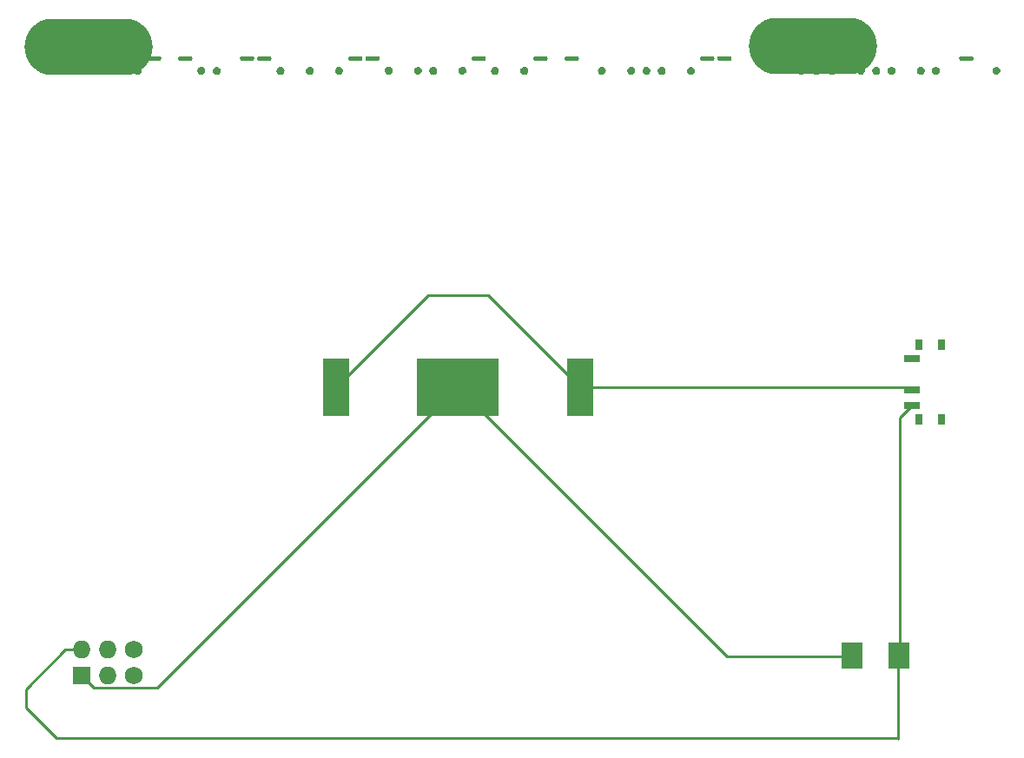
<source format=gbr>
%TF.GenerationSoftware,KiCad,Pcbnew,(5.1.10)-1*%
%TF.CreationDate,2021-10-02T23:42:34-05:00*%
%TF.ProjectId,OzSec 2021 - Speaker,4f7a5365-6320-4323-9032-31202d205370,rev?*%
%TF.SameCoordinates,Original*%
%TF.FileFunction,Copper,L2,Bot*%
%TF.FilePolarity,Positive*%
%FSLAX46Y46*%
G04 Gerber Fmt 4.6, Leading zero omitted, Abs format (unit mm)*
G04 Created by KiCad (PCBNEW (5.1.10)-1) date 2021-10-02 23:42:34*
%MOMM*%
%LPD*%
G01*
G04 APERTURE LIST*
%TA.AperFunction,EtchedComponent*%
%ADD10C,0.010000*%
%TD*%
%TA.AperFunction,ComponentPad*%
%ADD11C,1.727200*%
%TD*%
%TA.AperFunction,ComponentPad*%
%ADD12O,1.727200X1.727200*%
%TD*%
%TA.AperFunction,ComponentPad*%
%ADD13R,1.727200X1.727200*%
%TD*%
%TA.AperFunction,SMDPad,CuDef*%
%ADD14R,2.600000X5.560000*%
%TD*%
%TA.AperFunction,SMDPad,CuDef*%
%ADD15R,8.000000X5.560000*%
%TD*%
%TA.AperFunction,SMDPad,CuDef*%
%ADD16R,2.000000X2.500000*%
%TD*%
%TA.AperFunction,ComponentPad*%
%ADD17O,12.500000X5.500000*%
%TD*%
%TA.AperFunction,SMDPad,CuDef*%
%ADD18R,0.800000X1.000000*%
%TD*%
%TA.AperFunction,SMDPad,CuDef*%
%ADD19R,1.500000X0.700000*%
%TD*%
%TA.AperFunction,Conductor*%
%ADD20C,0.250000*%
%TD*%
G04 APERTURE END LIST*
D10*
%TO.C,G\u002A\u002A\u002A*%
G36*
X186523728Y-50739325D02*
G01*
X186636443Y-50743574D01*
X186721049Y-50751990D01*
X186782275Y-50765377D01*
X186824852Y-50784543D01*
X186853507Y-50810294D01*
X186872971Y-50843437D01*
X186878372Y-50856631D01*
X186891814Y-50942369D01*
X186872558Y-51025908D01*
X186824382Y-51091736D01*
X186820275Y-51095083D01*
X186801055Y-51108551D01*
X186778321Y-51118883D01*
X186746604Y-51126481D01*
X186700434Y-51131751D01*
X186634341Y-51135095D01*
X186542856Y-51136916D01*
X186420510Y-51137619D01*
X186261832Y-51137608D01*
X186244271Y-51137583D01*
X186069019Y-51136749D01*
X185931683Y-51134657D01*
X185827861Y-51131081D01*
X185753147Y-51125795D01*
X185703137Y-51118573D01*
X185673428Y-51109188D01*
X185671415Y-51108127D01*
X185615937Y-51055501D01*
X185588457Y-50982306D01*
X185590397Y-50900924D01*
X185623182Y-50823740D01*
X185636717Y-50806139D01*
X185687766Y-50746750D01*
X186195052Y-50740096D01*
X186378174Y-50738434D01*
X186523728Y-50739325D01*
G37*
X186523728Y-50739325D02*
X186636443Y-50743574D01*
X186721049Y-50751990D01*
X186782275Y-50765377D01*
X186824852Y-50784543D01*
X186853507Y-50810294D01*
X186872971Y-50843437D01*
X186878372Y-50856631D01*
X186891814Y-50942369D01*
X186872558Y-51025908D01*
X186824382Y-51091736D01*
X186820275Y-51095083D01*
X186801055Y-51108551D01*
X186778321Y-51118883D01*
X186746604Y-51126481D01*
X186700434Y-51131751D01*
X186634341Y-51135095D01*
X186542856Y-51136916D01*
X186420510Y-51137619D01*
X186261832Y-51137608D01*
X186244271Y-51137583D01*
X186069019Y-51136749D01*
X185931683Y-51134657D01*
X185827861Y-51131081D01*
X185753147Y-51125795D01*
X185703137Y-51118573D01*
X185673428Y-51109188D01*
X185671415Y-51108127D01*
X185615937Y-51055501D01*
X185588457Y-50982306D01*
X185590397Y-50900924D01*
X185623182Y-50823740D01*
X185636717Y-50806139D01*
X185687766Y-50746750D01*
X186195052Y-50740096D01*
X186378174Y-50738434D01*
X186523728Y-50739325D01*
G36*
X168835342Y-50738444D02*
G01*
X168947718Y-50742133D01*
X169032136Y-50749797D01*
X169093379Y-50762221D01*
X169136229Y-50780191D01*
X169165466Y-50804494D01*
X169185873Y-50835916D01*
X169193458Y-50852608D01*
X169212847Y-50943316D01*
X169196878Y-51027296D01*
X169147739Y-51093720D01*
X169144120Y-51096647D01*
X169125424Y-51109468D01*
X169102415Y-51119361D01*
X169069749Y-51126702D01*
X169022085Y-51131869D01*
X168954080Y-51135238D01*
X168860391Y-51137188D01*
X168735675Y-51138093D01*
X168574590Y-51138332D01*
X168553267Y-51138334D01*
X168015409Y-51138334D01*
X167963455Y-51086379D01*
X167920487Y-51015877D01*
X167910646Y-50932286D01*
X167933975Y-50848928D01*
X167962549Y-50806139D01*
X168013598Y-50746750D01*
X168507591Y-50739842D01*
X168690226Y-50737942D01*
X168835342Y-50738444D01*
G37*
X168835342Y-50738444D02*
X168947718Y-50742133D01*
X169032136Y-50749797D01*
X169093379Y-50762221D01*
X169136229Y-50780191D01*
X169165466Y-50804494D01*
X169185873Y-50835916D01*
X169193458Y-50852608D01*
X169212847Y-50943316D01*
X169196878Y-51027296D01*
X169147739Y-51093720D01*
X169144120Y-51096647D01*
X169125424Y-51109468D01*
X169102415Y-51119361D01*
X169069749Y-51126702D01*
X169022085Y-51131869D01*
X168954080Y-51135238D01*
X168860391Y-51137188D01*
X168735675Y-51138093D01*
X168574590Y-51138332D01*
X168553267Y-51138334D01*
X168015409Y-51138334D01*
X167963455Y-51086379D01*
X167920487Y-51015877D01*
X167910646Y-50932286D01*
X167933975Y-50848928D01*
X167962549Y-50806139D01*
X168013598Y-50746750D01*
X168507591Y-50739842D01*
X168690226Y-50737942D01*
X168835342Y-50738444D01*
G36*
X162856638Y-50737027D02*
G01*
X163000826Y-50740552D01*
X163111492Y-50748160D01*
X163193030Y-50761267D01*
X163249838Y-50781291D01*
X163286311Y-50809650D01*
X163306845Y-50847759D01*
X163315836Y-50897037D01*
X163317660Y-50943504D01*
X163309667Y-51017716D01*
X163279609Y-51072112D01*
X163266379Y-51086379D01*
X163214424Y-51138334D01*
X162676567Y-51138334D01*
X162511286Y-51138175D01*
X162382964Y-51137436D01*
X162286227Y-51135718D01*
X162215703Y-51132626D01*
X162166016Y-51127760D01*
X162131794Y-51120725D01*
X162107663Y-51111124D01*
X162088249Y-51098558D01*
X162082938Y-51094464D01*
X162045975Y-51056287D01*
X162029896Y-51008067D01*
X162027167Y-50955489D01*
X162029284Y-50893599D01*
X162038564Y-50844559D01*
X162059396Y-50806884D01*
X162096172Y-50779084D01*
X162153282Y-50759673D01*
X162235116Y-50747164D01*
X162346066Y-50740068D01*
X162490521Y-50736898D01*
X162672873Y-50736167D01*
X162674531Y-50736167D01*
X162856638Y-50737027D01*
G37*
X162856638Y-50737027D02*
X163000826Y-50740552D01*
X163111492Y-50748160D01*
X163193030Y-50761267D01*
X163249838Y-50781291D01*
X163286311Y-50809650D01*
X163306845Y-50847759D01*
X163315836Y-50897037D01*
X163317660Y-50943504D01*
X163309667Y-51017716D01*
X163279609Y-51072112D01*
X163266379Y-51086379D01*
X163214424Y-51138334D01*
X162676567Y-51138334D01*
X162511286Y-51138175D01*
X162382964Y-51137436D01*
X162286227Y-51135718D01*
X162215703Y-51132626D01*
X162166016Y-51127760D01*
X162131794Y-51120725D01*
X162107663Y-51111124D01*
X162088249Y-51098558D01*
X162082938Y-51094464D01*
X162045975Y-51056287D01*
X162029896Y-51008067D01*
X162027167Y-50955489D01*
X162029284Y-50893599D01*
X162038564Y-50844559D01*
X162059396Y-50806884D01*
X162096172Y-50779084D01*
X162153282Y-50759673D01*
X162235116Y-50747164D01*
X162346066Y-50740068D01*
X162490521Y-50736898D01*
X162672873Y-50736167D01*
X162674531Y-50736167D01*
X162856638Y-50737027D01*
G36*
X161157904Y-50746842D02*
G01*
X161287076Y-50747398D01*
X161384386Y-50748844D01*
X161455068Y-50751602D01*
X161504360Y-50756097D01*
X161537495Y-50762752D01*
X161559710Y-50771990D01*
X161576240Y-50784236D01*
X161587371Y-50794963D01*
X161628165Y-50863022D01*
X161639066Y-50945060D01*
X161620662Y-51025677D01*
X161576195Y-51087250D01*
X161516806Y-51138334D01*
X160994112Y-51136901D01*
X160822054Y-51135509D01*
X160675678Y-51132450D01*
X160558922Y-51127889D01*
X160475723Y-51121988D01*
X160430020Y-51114913D01*
X160425298Y-51113172D01*
X160374309Y-51067202D01*
X160345803Y-50997922D01*
X160340802Y-50918511D01*
X160360329Y-50842149D01*
X160399970Y-50786698D01*
X160416107Y-50774498D01*
X160437710Y-50765059D01*
X160469972Y-50758029D01*
X160518083Y-50753058D01*
X160587235Y-50749795D01*
X160682619Y-50747890D01*
X160809428Y-50746992D01*
X160972853Y-50746752D01*
X160991634Y-50746750D01*
X161157904Y-50746842D01*
G37*
X161157904Y-50746842D02*
X161287076Y-50747398D01*
X161384386Y-50748844D01*
X161455068Y-50751602D01*
X161504360Y-50756097D01*
X161537495Y-50762752D01*
X161559710Y-50771990D01*
X161576240Y-50784236D01*
X161587371Y-50794963D01*
X161628165Y-50863022D01*
X161639066Y-50945060D01*
X161620662Y-51025677D01*
X161576195Y-51087250D01*
X161516806Y-51138334D01*
X160994112Y-51136901D01*
X160822054Y-51135509D01*
X160675678Y-51132450D01*
X160558922Y-51127889D01*
X160475723Y-51121988D01*
X160430020Y-51114913D01*
X160425298Y-51113172D01*
X160374309Y-51067202D01*
X160345803Y-50997922D01*
X160340802Y-50918511D01*
X160360329Y-50842149D01*
X160399970Y-50786698D01*
X160416107Y-50774498D01*
X160437710Y-50765059D01*
X160469972Y-50758029D01*
X160518083Y-50753058D01*
X160587235Y-50749795D01*
X160682619Y-50747890D01*
X160809428Y-50746992D01*
X160972853Y-50746752D01*
X160991634Y-50746750D01*
X161157904Y-50746842D01*
G36*
X147946530Y-50746840D02*
G01*
X148076361Y-50747388D01*
X148174283Y-50748815D01*
X148245511Y-50751538D01*
X148295257Y-50755977D01*
X148328734Y-50762551D01*
X148351155Y-50771679D01*
X148367732Y-50783780D01*
X148379371Y-50794963D01*
X148420165Y-50863022D01*
X148431066Y-50945060D01*
X148412662Y-51025677D01*
X148368195Y-51087250D01*
X148308806Y-51138334D01*
X147786112Y-51136901D01*
X147619301Y-51135551D01*
X147475312Y-51132595D01*
X147358654Y-51128217D01*
X147273837Y-51122602D01*
X147225372Y-51115936D01*
X147218207Y-51113577D01*
X147163173Y-51065608D01*
X147133175Y-50995074D01*
X147129926Y-50914743D01*
X147155142Y-50837382D01*
X147176917Y-50806139D01*
X147228001Y-50746750D01*
X147779580Y-50746750D01*
X147946530Y-50746840D01*
G37*
X147946530Y-50746840D02*
X148076361Y-50747388D01*
X148174283Y-50748815D01*
X148245511Y-50751538D01*
X148295257Y-50755977D01*
X148328734Y-50762551D01*
X148351155Y-50771679D01*
X148367732Y-50783780D01*
X148379371Y-50794963D01*
X148420165Y-50863022D01*
X148431066Y-50945060D01*
X148412662Y-51025677D01*
X148368195Y-51087250D01*
X148308806Y-51138334D01*
X147786112Y-51136901D01*
X147619301Y-51135551D01*
X147475312Y-51132595D01*
X147358654Y-51128217D01*
X147273837Y-51122602D01*
X147225372Y-51115936D01*
X147218207Y-51113577D01*
X147163173Y-51065608D01*
X147133175Y-50995074D01*
X147129926Y-50914743D01*
X147155142Y-50837382D01*
X147176917Y-50806139D01*
X147228001Y-50746750D01*
X147779580Y-50746750D01*
X147946530Y-50746840D01*
G36*
X144693638Y-50738591D02*
G01*
X144794076Y-50739842D01*
X145288069Y-50746750D01*
X145339118Y-50806139D01*
X145380105Y-50879843D01*
X145390362Y-50960603D01*
X145371316Y-51036223D01*
X145324395Y-51094504D01*
X145303861Y-51107431D01*
X145275913Y-51117590D01*
X145232947Y-51125381D01*
X145169963Y-51131073D01*
X145081959Y-51134934D01*
X144963935Y-51137231D01*
X144810889Y-51138233D01*
X144727322Y-51138334D01*
X144565403Y-51138145D01*
X144440330Y-51137309D01*
X144346615Y-51135413D01*
X144278773Y-51132051D01*
X144231317Y-51126811D01*
X144198758Y-51119285D01*
X144175612Y-51109064D01*
X144156396Y-51095742D01*
X144102899Y-51029109D01*
X144086346Y-50946035D01*
X144106743Y-50856117D01*
X144124917Y-50820264D01*
X144149251Y-50792083D01*
X144184547Y-50770760D01*
X144235612Y-50755485D01*
X144307249Y-50745443D01*
X144404262Y-50739821D01*
X144531457Y-50737808D01*
X144693638Y-50738591D01*
G37*
X144693638Y-50738591D02*
X144794076Y-50739842D01*
X145288069Y-50746750D01*
X145339118Y-50806139D01*
X145380105Y-50879843D01*
X145390362Y-50960603D01*
X145371316Y-51036223D01*
X145324395Y-51094504D01*
X145303861Y-51107431D01*
X145275913Y-51117590D01*
X145232947Y-51125381D01*
X145169963Y-51131073D01*
X145081959Y-51134934D01*
X144963935Y-51137231D01*
X144810889Y-51138233D01*
X144727322Y-51138334D01*
X144565403Y-51138145D01*
X144440330Y-51137309D01*
X144346615Y-51135413D01*
X144278773Y-51132051D01*
X144231317Y-51126811D01*
X144198758Y-51119285D01*
X144175612Y-51109064D01*
X144156396Y-51095742D01*
X144102899Y-51029109D01*
X144086346Y-50946035D01*
X144106743Y-50856117D01*
X144124917Y-50820264D01*
X144149251Y-50792083D01*
X144184547Y-50770760D01*
X144235612Y-50755485D01*
X144307249Y-50745443D01*
X144404262Y-50739821D01*
X144531457Y-50737808D01*
X144693638Y-50738591D01*
G36*
X139072786Y-50739422D02*
G01*
X139153378Y-50743891D01*
X139212843Y-50751442D01*
X139256478Y-50762528D01*
X139289580Y-50777603D01*
X139317351Y-50797044D01*
X139348537Y-50833296D01*
X139362459Y-50885039D01*
X139364722Y-50937302D01*
X139360126Y-51006650D01*
X139341739Y-51052352D01*
X139307098Y-51088767D01*
X139288255Y-51104118D01*
X139268273Y-51115904D01*
X139241683Y-51124580D01*
X139203018Y-51130601D01*
X139146811Y-51134419D01*
X139067594Y-51136491D01*
X138959900Y-51137270D01*
X138818261Y-51137210D01*
X138726778Y-51136992D01*
X138579871Y-51135885D01*
X138445135Y-51133488D01*
X138328963Y-51130025D01*
X138237751Y-51125721D01*
X138177893Y-51120801D01*
X138157842Y-51117019D01*
X138103137Y-51074398D01*
X138072248Y-51007850D01*
X138066744Y-50929464D01*
X138088191Y-50851328D01*
X138117549Y-50806139D01*
X138168597Y-50746750D01*
X138651280Y-50739959D01*
X138827034Y-50737909D01*
X138965770Y-50737579D01*
X139072786Y-50739422D01*
G37*
X139072786Y-50739422D02*
X139153378Y-50743891D01*
X139212843Y-50751442D01*
X139256478Y-50762528D01*
X139289580Y-50777603D01*
X139317351Y-50797044D01*
X139348537Y-50833296D01*
X139362459Y-50885039D01*
X139364722Y-50937302D01*
X139360126Y-51006650D01*
X139341739Y-51052352D01*
X139307098Y-51088767D01*
X139288255Y-51104118D01*
X139268273Y-51115904D01*
X139241683Y-51124580D01*
X139203018Y-51130601D01*
X139146811Y-51134419D01*
X139067594Y-51136491D01*
X138959900Y-51137270D01*
X138818261Y-51137210D01*
X138726778Y-51136992D01*
X138579871Y-51135885D01*
X138445135Y-51133488D01*
X138328963Y-51130025D01*
X138237751Y-51125721D01*
X138177893Y-51120801D01*
X138157842Y-51117019D01*
X138103137Y-51074398D01*
X138072248Y-51007850D01*
X138066744Y-50929464D01*
X138088191Y-50851328D01*
X138117549Y-50806139D01*
X138168597Y-50746750D01*
X138651280Y-50739959D01*
X138827034Y-50737909D01*
X138965770Y-50737579D01*
X139072786Y-50739422D01*
G36*
X128545471Y-50737027D02*
G01*
X128689660Y-50740552D01*
X128800325Y-50748160D01*
X128881863Y-50761267D01*
X128938671Y-50781291D01*
X128975144Y-50809650D01*
X128995678Y-50847759D01*
X129004670Y-50897037D01*
X129006494Y-50943504D01*
X128998500Y-51017716D01*
X128968442Y-51072112D01*
X128955212Y-51086379D01*
X128903258Y-51138334D01*
X128365400Y-51138334D01*
X128200119Y-51138175D01*
X128071797Y-51137436D01*
X127975061Y-51135718D01*
X127904536Y-51132626D01*
X127854850Y-51127760D01*
X127820628Y-51120725D01*
X127796496Y-51111124D01*
X127777082Y-51098558D01*
X127771771Y-51094464D01*
X127734808Y-51056287D01*
X127718729Y-51008067D01*
X127716000Y-50955489D01*
X127718118Y-50893599D01*
X127727397Y-50844559D01*
X127748230Y-50806884D01*
X127785005Y-50779084D01*
X127842115Y-50759673D01*
X127923949Y-50747164D01*
X128034899Y-50740068D01*
X128179354Y-50736898D01*
X128361706Y-50736167D01*
X128363364Y-50736167D01*
X128545471Y-50737027D01*
G37*
X128545471Y-50737027D02*
X128689660Y-50740552D01*
X128800325Y-50748160D01*
X128881863Y-50761267D01*
X128938671Y-50781291D01*
X128975144Y-50809650D01*
X128995678Y-50847759D01*
X129004670Y-50897037D01*
X129006494Y-50943504D01*
X128998500Y-51017716D01*
X128968442Y-51072112D01*
X128955212Y-51086379D01*
X128903258Y-51138334D01*
X128365400Y-51138334D01*
X128200119Y-51138175D01*
X128071797Y-51137436D01*
X127975061Y-51135718D01*
X127904536Y-51132626D01*
X127854850Y-51127760D01*
X127820628Y-51120725D01*
X127796496Y-51111124D01*
X127777082Y-51098558D01*
X127771771Y-51094464D01*
X127734808Y-51056287D01*
X127718729Y-51008067D01*
X127716000Y-50955489D01*
X127718118Y-50893599D01*
X127727397Y-50844559D01*
X127748230Y-50806884D01*
X127785005Y-50779084D01*
X127842115Y-50759673D01*
X127923949Y-50747164D01*
X128034899Y-50740068D01*
X128179354Y-50736898D01*
X128361706Y-50736167D01*
X128363364Y-50736167D01*
X128545471Y-50737027D01*
G36*
X126847042Y-50746881D02*
G01*
X126976492Y-50747534D01*
X127074028Y-50749101D01*
X127144860Y-50751974D01*
X127194195Y-50756544D01*
X127227245Y-50763204D01*
X127249219Y-50772345D01*
X127265325Y-50784359D01*
X127272510Y-50791269D01*
X127304352Y-50841372D01*
X127326294Y-50908407D01*
X127328664Y-50922539D01*
X127332109Y-50983090D01*
X127316949Y-51026383D01*
X127275778Y-51073812D01*
X127211257Y-51138334D01*
X126685753Y-51136901D01*
X126513021Y-51135515D01*
X126366093Y-51132469D01*
X126248869Y-51127925D01*
X126165247Y-51122046D01*
X126119128Y-51114993D01*
X126114132Y-51113172D01*
X126063142Y-51067202D01*
X126034636Y-50997922D01*
X126029635Y-50918511D01*
X126049162Y-50842149D01*
X126088803Y-50786698D01*
X126104940Y-50774498D01*
X126126543Y-50765059D01*
X126158805Y-50758029D01*
X126206916Y-50753058D01*
X126276068Y-50749795D01*
X126371453Y-50747890D01*
X126498262Y-50746992D01*
X126661686Y-50746752D01*
X126680468Y-50746750D01*
X126847042Y-50746881D01*
G37*
X126847042Y-50746881D02*
X126976492Y-50747534D01*
X127074028Y-50749101D01*
X127144860Y-50751974D01*
X127194195Y-50756544D01*
X127227245Y-50763204D01*
X127249219Y-50772345D01*
X127265325Y-50784359D01*
X127272510Y-50791269D01*
X127304352Y-50841372D01*
X127326294Y-50908407D01*
X127328664Y-50922539D01*
X127332109Y-50983090D01*
X127316949Y-51026383D01*
X127275778Y-51073812D01*
X127211257Y-51138334D01*
X126685753Y-51136901D01*
X126513021Y-51135515D01*
X126366093Y-51132469D01*
X126248869Y-51127925D01*
X126165247Y-51122046D01*
X126119128Y-51114993D01*
X126114132Y-51113172D01*
X126063142Y-51067202D01*
X126034636Y-50997922D01*
X126029635Y-50918511D01*
X126049162Y-50842149D01*
X126088803Y-50786698D01*
X126104940Y-50774498D01*
X126126543Y-50765059D01*
X126158805Y-50758029D01*
X126206916Y-50753058D01*
X126276068Y-50749795D01*
X126371453Y-50747890D01*
X126498262Y-50746992D01*
X126661686Y-50746752D01*
X126680468Y-50746750D01*
X126847042Y-50746881D01*
G36*
X117977904Y-50746842D02*
G01*
X118107076Y-50747398D01*
X118204386Y-50748844D01*
X118275068Y-50751602D01*
X118324360Y-50756097D01*
X118357495Y-50762752D01*
X118379710Y-50771990D01*
X118396240Y-50784236D01*
X118407371Y-50794963D01*
X118448165Y-50863022D01*
X118459066Y-50945060D01*
X118440662Y-51025677D01*
X118396195Y-51087250D01*
X118336806Y-51138334D01*
X117814112Y-51136901D01*
X117642054Y-51135509D01*
X117495678Y-51132450D01*
X117378922Y-51127889D01*
X117295723Y-51121988D01*
X117250020Y-51114913D01*
X117245298Y-51113172D01*
X117194309Y-51067202D01*
X117165803Y-50997922D01*
X117160802Y-50918511D01*
X117180329Y-50842149D01*
X117219970Y-50786698D01*
X117236107Y-50774498D01*
X117257710Y-50765059D01*
X117289972Y-50758029D01*
X117338083Y-50753058D01*
X117407235Y-50749795D01*
X117502619Y-50747890D01*
X117629428Y-50746992D01*
X117792853Y-50746752D01*
X117811634Y-50746750D01*
X117977904Y-50746842D01*
G37*
X117977904Y-50746842D02*
X118107076Y-50747398D01*
X118204386Y-50748844D01*
X118275068Y-50751602D01*
X118324360Y-50756097D01*
X118357495Y-50762752D01*
X118379710Y-50771990D01*
X118396240Y-50784236D01*
X118407371Y-50794963D01*
X118448165Y-50863022D01*
X118459066Y-50945060D01*
X118440662Y-51025677D01*
X118396195Y-51087250D01*
X118336806Y-51138334D01*
X117814112Y-51136901D01*
X117642054Y-51135509D01*
X117495678Y-51132450D01*
X117378922Y-51127889D01*
X117295723Y-51121988D01*
X117250020Y-51114913D01*
X117245298Y-51113172D01*
X117194309Y-51067202D01*
X117165803Y-50997922D01*
X117160802Y-50918511D01*
X117180329Y-50842149D01*
X117219970Y-50786698D01*
X117236107Y-50774498D01*
X117257710Y-50765059D01*
X117289972Y-50758029D01*
X117338083Y-50753058D01*
X117407235Y-50749795D01*
X117502619Y-50747890D01*
X117629428Y-50746992D01*
X117792853Y-50746752D01*
X117811634Y-50746750D01*
X117977904Y-50746842D01*
G36*
X116308255Y-50736923D02*
G01*
X116453101Y-50740145D01*
X116564391Y-50747263D01*
X116646506Y-50759706D01*
X116703828Y-50778905D01*
X116740739Y-50806288D01*
X116761621Y-50843287D01*
X116770856Y-50891330D01*
X116772834Y-50947404D01*
X116762269Y-51023698D01*
X116725754Y-51081372D01*
X116720879Y-51086379D01*
X116668924Y-51138334D01*
X115585576Y-51138334D01*
X115533621Y-51086379D01*
X115496170Y-51033977D01*
X115482757Y-50967258D01*
X115482340Y-50943504D01*
X115485437Y-50884656D01*
X115496691Y-50838069D01*
X115520498Y-50802325D01*
X115561252Y-50776006D01*
X115623352Y-50757696D01*
X115711191Y-50745977D01*
X115829168Y-50739433D01*
X115981677Y-50736645D01*
X116125470Y-50736167D01*
X116308255Y-50736923D01*
G37*
X116308255Y-50736923D02*
X116453101Y-50740145D01*
X116564391Y-50747263D01*
X116646506Y-50759706D01*
X116703828Y-50778905D01*
X116740739Y-50806288D01*
X116761621Y-50843287D01*
X116770856Y-50891330D01*
X116772834Y-50947404D01*
X116762269Y-51023698D01*
X116725754Y-51081372D01*
X116720879Y-51086379D01*
X116668924Y-51138334D01*
X115585576Y-51138334D01*
X115533621Y-51086379D01*
X115496170Y-51033977D01*
X115482757Y-50967258D01*
X115482340Y-50943504D01*
X115485437Y-50884656D01*
X115496691Y-50838069D01*
X115520498Y-50802325D01*
X115561252Y-50776006D01*
X115623352Y-50757696D01*
X115711191Y-50745977D01*
X115829168Y-50739433D01*
X115981677Y-50736645D01*
X116125470Y-50736167D01*
X116308255Y-50736923D01*
G36*
X110084876Y-50739290D02*
G01*
X110152115Y-50740096D01*
X110659401Y-50746750D01*
X110710450Y-50806139D01*
X110750254Y-50879061D01*
X110759430Y-50959899D01*
X110739873Y-51036332D01*
X110693483Y-51096039D01*
X110662920Y-51114833D01*
X110621605Y-51123289D01*
X110539871Y-51129943D01*
X110419598Y-51134718D01*
X110262664Y-51137536D01*
X110096609Y-51138334D01*
X109935154Y-51138153D01*
X109810522Y-51137331D01*
X109717204Y-51135451D01*
X109649688Y-51132094D01*
X109602466Y-51126842D01*
X109570028Y-51119276D01*
X109546863Y-51108978D01*
X109527462Y-51095530D01*
X109526892Y-51095083D01*
X109476940Y-51030969D01*
X109455657Y-50948122D01*
X109466824Y-50862051D01*
X109468795Y-50856631D01*
X109486198Y-50820771D01*
X109511173Y-50792580D01*
X109548449Y-50771249D01*
X109602756Y-50755974D01*
X109678822Y-50745947D01*
X109781378Y-50740361D01*
X109915153Y-50738411D01*
X110084876Y-50739290D01*
G37*
X110084876Y-50739290D02*
X110152115Y-50740096D01*
X110659401Y-50746750D01*
X110710450Y-50806139D01*
X110750254Y-50879061D01*
X110759430Y-50959899D01*
X110739873Y-51036332D01*
X110693483Y-51096039D01*
X110662920Y-51114833D01*
X110621605Y-51123289D01*
X110539871Y-51129943D01*
X110419598Y-51134718D01*
X110262664Y-51137536D01*
X110096609Y-51138334D01*
X109935154Y-51138153D01*
X109810522Y-51137331D01*
X109717204Y-51135451D01*
X109649688Y-51132094D01*
X109602466Y-51126842D01*
X109570028Y-51119276D01*
X109546863Y-51108978D01*
X109527462Y-51095530D01*
X109526892Y-51095083D01*
X109476940Y-51030969D01*
X109455657Y-50948122D01*
X109466824Y-50862051D01*
X109468795Y-50856631D01*
X109486198Y-50820771D01*
X109511173Y-50792580D01*
X109548449Y-50771249D01*
X109602756Y-50755974D01*
X109678822Y-50745947D01*
X109781378Y-50740361D01*
X109915153Y-50738411D01*
X110084876Y-50739290D01*
G36*
X107250430Y-50736930D02*
G01*
X107395011Y-50740176D01*
X107506046Y-50747340D01*
X107587922Y-50759859D01*
X107645028Y-50779167D01*
X107681750Y-50806701D01*
X107702476Y-50843896D01*
X107711594Y-50892186D01*
X107713500Y-50947404D01*
X107702936Y-51023698D01*
X107666421Y-51081372D01*
X107661546Y-51086379D01*
X107609591Y-51138334D01*
X106526243Y-51138334D01*
X106474288Y-51086379D01*
X106435045Y-51029441D01*
X106422412Y-50955648D01*
X106422334Y-50947404D01*
X106424665Y-50887685D01*
X106434586Y-50840378D01*
X106456482Y-50804047D01*
X106494742Y-50777256D01*
X106553752Y-50758571D01*
X106637900Y-50746555D01*
X106751574Y-50739774D01*
X106899160Y-50736791D01*
X107067917Y-50736167D01*
X107250430Y-50736930D01*
G37*
X107250430Y-50736930D02*
X107395011Y-50740176D01*
X107506046Y-50747340D01*
X107587922Y-50759859D01*
X107645028Y-50779167D01*
X107681750Y-50806701D01*
X107702476Y-50843896D01*
X107711594Y-50892186D01*
X107713500Y-50947404D01*
X107702936Y-51023698D01*
X107666421Y-51081372D01*
X107661546Y-51086379D01*
X107609591Y-51138334D01*
X106526243Y-51138334D01*
X106474288Y-51086379D01*
X106435045Y-51029441D01*
X106422412Y-50955648D01*
X106422334Y-50947404D01*
X106424665Y-50887685D01*
X106434586Y-50840378D01*
X106456482Y-50804047D01*
X106494742Y-50777256D01*
X106553752Y-50758571D01*
X106637900Y-50746555D01*
X106751574Y-50739774D01*
X106899160Y-50736791D01*
X107067917Y-50736167D01*
X107250430Y-50736930D01*
G36*
X98255971Y-50737027D02*
G01*
X98400160Y-50740552D01*
X98510825Y-50748160D01*
X98592363Y-50761267D01*
X98649171Y-50781291D01*
X98685644Y-50809650D01*
X98706178Y-50847759D01*
X98715170Y-50897037D01*
X98716994Y-50943504D01*
X98709000Y-51017716D01*
X98678942Y-51072112D01*
X98665712Y-51086379D01*
X98613758Y-51138334D01*
X98075900Y-51138334D01*
X97910619Y-51138175D01*
X97782297Y-51137436D01*
X97685561Y-51135718D01*
X97615036Y-51132626D01*
X97565350Y-51127760D01*
X97531128Y-51120725D01*
X97506996Y-51111124D01*
X97487582Y-51098558D01*
X97482271Y-51094464D01*
X97445308Y-51056287D01*
X97429229Y-51008067D01*
X97426500Y-50955489D01*
X97428618Y-50893599D01*
X97437897Y-50844559D01*
X97458730Y-50806884D01*
X97495505Y-50779084D01*
X97552615Y-50759673D01*
X97634449Y-50747164D01*
X97745399Y-50740068D01*
X97889854Y-50736898D01*
X98072206Y-50736167D01*
X98073864Y-50736167D01*
X98255971Y-50737027D01*
G37*
X98255971Y-50737027D02*
X98400160Y-50740552D01*
X98510825Y-50748160D01*
X98592363Y-50761267D01*
X98649171Y-50781291D01*
X98685644Y-50809650D01*
X98706178Y-50847759D01*
X98715170Y-50897037D01*
X98716994Y-50943504D01*
X98709000Y-51017716D01*
X98678942Y-51072112D01*
X98665712Y-51086379D01*
X98613758Y-51138334D01*
X98075900Y-51138334D01*
X97910619Y-51138175D01*
X97782297Y-51137436D01*
X97685561Y-51135718D01*
X97615036Y-51132626D01*
X97565350Y-51127760D01*
X97531128Y-51120725D01*
X97506996Y-51111124D01*
X97487582Y-51098558D01*
X97482271Y-51094464D01*
X97445308Y-51056287D01*
X97429229Y-51008067D01*
X97426500Y-50955489D01*
X97428618Y-50893599D01*
X97437897Y-50844559D01*
X97458730Y-50806884D01*
X97495505Y-50779084D01*
X97552615Y-50759673D01*
X97634449Y-50747164D01*
X97745399Y-50740068D01*
X97889854Y-50736898D01*
X98072206Y-50736167D01*
X98073864Y-50736167D01*
X98255971Y-50737027D01*
G36*
X189312930Y-51824334D02*
G01*
X189409079Y-51886108D01*
X189468442Y-51950819D01*
X189500058Y-52021440D01*
X189514067Y-52113918D01*
X189510496Y-52211626D01*
X189489374Y-52297936D01*
X189467804Y-52337990D01*
X189382756Y-52422801D01*
X189281455Y-52476228D01*
X189172733Y-52496283D01*
X189065423Y-52480978D01*
X188991339Y-52445204D01*
X188911737Y-52369931D01*
X188856494Y-52272327D01*
X188832083Y-52166035D01*
X188833613Y-52112703D01*
X188866697Y-51995160D01*
X188927884Y-51903016D01*
X189010139Y-51838068D01*
X189106423Y-51802108D01*
X189209699Y-51796932D01*
X189312930Y-51824334D01*
G37*
X189312930Y-51824334D02*
X189409079Y-51886108D01*
X189468442Y-51950819D01*
X189500058Y-52021440D01*
X189514067Y-52113918D01*
X189510496Y-52211626D01*
X189489374Y-52297936D01*
X189467804Y-52337990D01*
X189382756Y-52422801D01*
X189281455Y-52476228D01*
X189172733Y-52496283D01*
X189065423Y-52480978D01*
X188991339Y-52445204D01*
X188911737Y-52369931D01*
X188856494Y-52272327D01*
X188832083Y-52166035D01*
X188833613Y-52112703D01*
X188866697Y-51995160D01*
X188927884Y-51903016D01*
X189010139Y-51838068D01*
X189106423Y-51802108D01*
X189209699Y-51796932D01*
X189312930Y-51824334D01*
G36*
X183366384Y-51806611D02*
G01*
X183463067Y-51846014D01*
X183539756Y-51911142D01*
X183594134Y-51995133D01*
X183623882Y-52091123D01*
X183626685Y-52192251D01*
X183600224Y-52291655D01*
X183542182Y-52382472D01*
X183470017Y-52445303D01*
X183377653Y-52484448D01*
X183271358Y-52494226D01*
X183167675Y-52474657D01*
X183107509Y-52444871D01*
X183046608Y-52393464D01*
X182991670Y-52331068D01*
X182986089Y-52323163D01*
X182956377Y-52270772D01*
X182943509Y-52217319D01*
X182943550Y-52144243D01*
X182944623Y-52127591D01*
X182970713Y-52003548D01*
X183028264Y-51906352D01*
X183114880Y-51838561D01*
X183228161Y-51802731D01*
X183252024Y-51799794D01*
X183366384Y-51806611D01*
G37*
X183366384Y-51806611D02*
X183463067Y-51846014D01*
X183539756Y-51911142D01*
X183594134Y-51995133D01*
X183623882Y-52091123D01*
X183626685Y-52192251D01*
X183600224Y-52291655D01*
X183542182Y-52382472D01*
X183470017Y-52445303D01*
X183377653Y-52484448D01*
X183271358Y-52494226D01*
X183167675Y-52474657D01*
X183107509Y-52444871D01*
X183046608Y-52393464D01*
X182991670Y-52331068D01*
X182986089Y-52323163D01*
X182956377Y-52270772D01*
X182943509Y-52217319D01*
X182943550Y-52144243D01*
X182944623Y-52127591D01*
X182970713Y-52003548D01*
X183028264Y-51906352D01*
X183114880Y-51838561D01*
X183228161Y-51802731D01*
X183252024Y-51799794D01*
X183366384Y-51806611D01*
G36*
X181823082Y-51799772D02*
G01*
X181938919Y-51829984D01*
X182032739Y-51892659D01*
X182099098Y-51981894D01*
X182132549Y-52091787D01*
X182135500Y-52138390D01*
X182118686Y-52263060D01*
X182069926Y-52365827D01*
X182001983Y-52434141D01*
X181920596Y-52471127D01*
X181819306Y-52488126D01*
X181716132Y-52483965D01*
X181630659Y-52458281D01*
X181573297Y-52416789D01*
X181518436Y-52358327D01*
X181506454Y-52341635D01*
X181476785Y-52290489D01*
X181462211Y-52241767D01*
X181459300Y-52178650D01*
X181461942Y-52123429D01*
X181470010Y-52041799D01*
X181485103Y-51986860D01*
X181512693Y-51942998D01*
X181533230Y-51919978D01*
X181618651Y-51845324D01*
X181703832Y-51806334D01*
X181800610Y-51798096D01*
X181823082Y-51799772D01*
G37*
X181823082Y-51799772D02*
X181938919Y-51829984D01*
X182032739Y-51892659D01*
X182099098Y-51981894D01*
X182132549Y-52091787D01*
X182135500Y-52138390D01*
X182118686Y-52263060D01*
X182069926Y-52365827D01*
X182001983Y-52434141D01*
X181920596Y-52471127D01*
X181819306Y-52488126D01*
X181716132Y-52483965D01*
X181630659Y-52458281D01*
X181573297Y-52416789D01*
X181518436Y-52358327D01*
X181506454Y-52341635D01*
X181476785Y-52290489D01*
X181462211Y-52241767D01*
X181459300Y-52178650D01*
X181461942Y-52123429D01*
X181470010Y-52041799D01*
X181485103Y-51986860D01*
X181512693Y-51942998D01*
X181533230Y-51919978D01*
X181618651Y-51845324D01*
X181703832Y-51806334D01*
X181800610Y-51798096D01*
X181823082Y-51799772D01*
G36*
X179027217Y-51806611D02*
G01*
X179123900Y-51846014D01*
X179200589Y-51911142D01*
X179254967Y-51995133D01*
X179284716Y-52091123D01*
X179287518Y-52192251D01*
X179261057Y-52291655D01*
X179203015Y-52382472D01*
X179130851Y-52445303D01*
X179040043Y-52483441D01*
X178933518Y-52493006D01*
X178826875Y-52473911D01*
X178767006Y-52447333D01*
X178678232Y-52373094D01*
X178623092Y-52274986D01*
X178603816Y-52157527D01*
X178605315Y-52119742D01*
X178633361Y-51997976D01*
X178693303Y-51902274D01*
X178782118Y-51835780D01*
X178896783Y-51801637D01*
X178912858Y-51799794D01*
X179027217Y-51806611D01*
G37*
X179027217Y-51806611D02*
X179123900Y-51846014D01*
X179200589Y-51911142D01*
X179254967Y-51995133D01*
X179284716Y-52091123D01*
X179287518Y-52192251D01*
X179261057Y-52291655D01*
X179203015Y-52382472D01*
X179130851Y-52445303D01*
X179040043Y-52483441D01*
X178933518Y-52493006D01*
X178826875Y-52473911D01*
X178767006Y-52447333D01*
X178678232Y-52373094D01*
X178623092Y-52274986D01*
X178603816Y-52157527D01*
X178605315Y-52119742D01*
X178633361Y-51997976D01*
X178693303Y-51902274D01*
X178782118Y-51835780D01*
X178896783Y-51801637D01*
X178912858Y-51799794D01*
X179027217Y-51806611D01*
G36*
X177483916Y-51799772D02*
G01*
X177599752Y-51829984D01*
X177693572Y-51892659D01*
X177759931Y-51981894D01*
X177793383Y-52091787D01*
X177796334Y-52138390D01*
X177779519Y-52263060D01*
X177730759Y-52365827D01*
X177662817Y-52434141D01*
X177581429Y-52471127D01*
X177480139Y-52488126D01*
X177376965Y-52483965D01*
X177291492Y-52458281D01*
X177234130Y-52416789D01*
X177179269Y-52358327D01*
X177167288Y-52341635D01*
X177137619Y-52290489D01*
X177123045Y-52241767D01*
X177120134Y-52178650D01*
X177122775Y-52123429D01*
X177130843Y-52041799D01*
X177145937Y-51986860D01*
X177173527Y-51942998D01*
X177194063Y-51919978D01*
X177279485Y-51845324D01*
X177364665Y-51806334D01*
X177461444Y-51798096D01*
X177483916Y-51799772D01*
G37*
X177483916Y-51799772D02*
X177599752Y-51829984D01*
X177693572Y-51892659D01*
X177759931Y-51981894D01*
X177793383Y-52091787D01*
X177796334Y-52138390D01*
X177779519Y-52263060D01*
X177730759Y-52365827D01*
X177662817Y-52434141D01*
X177581429Y-52471127D01*
X177480139Y-52488126D01*
X177376965Y-52483965D01*
X177291492Y-52458281D01*
X177234130Y-52416789D01*
X177179269Y-52358327D01*
X177167288Y-52341635D01*
X177137619Y-52290489D01*
X177123045Y-52241767D01*
X177120134Y-52178650D01*
X177122775Y-52123429D01*
X177130843Y-52041799D01*
X177145937Y-51986860D01*
X177173527Y-51942998D01*
X177194063Y-51919978D01*
X177279485Y-51845324D01*
X177364665Y-51806334D01*
X177461444Y-51798096D01*
X177483916Y-51799772D01*
G36*
X176071314Y-51809993D02*
G01*
X176106106Y-51821762D01*
X176167052Y-51859254D01*
X176227212Y-51914454D01*
X176243085Y-51933482D01*
X176278515Y-51986657D01*
X176296974Y-52038461D01*
X176303596Y-52106768D01*
X176304084Y-52145842D01*
X176294245Y-52254659D01*
X176260136Y-52337934D01*
X176194866Y-52408685D01*
X176145549Y-52445375D01*
X176054403Y-52484287D01*
X175948812Y-52494248D01*
X175845211Y-52475266D01*
X175783339Y-52445204D01*
X175719468Y-52384828D01*
X175664339Y-52301414D01*
X175627192Y-52211627D01*
X175616632Y-52144557D01*
X175633828Y-52051849D01*
X175677803Y-51957198D01*
X175738987Y-51879147D01*
X175764571Y-51857831D01*
X175856721Y-51814880D01*
X175965089Y-51798288D01*
X176071314Y-51809993D01*
G37*
X176071314Y-51809993D02*
X176106106Y-51821762D01*
X176167052Y-51859254D01*
X176227212Y-51914454D01*
X176243085Y-51933482D01*
X176278515Y-51986657D01*
X176296974Y-52038461D01*
X176303596Y-52106768D01*
X176304084Y-52145842D01*
X176294245Y-52254659D01*
X176260136Y-52337934D01*
X176194866Y-52408685D01*
X176145549Y-52445375D01*
X176054403Y-52484287D01*
X175948812Y-52494248D01*
X175845211Y-52475266D01*
X175783339Y-52445204D01*
X175719468Y-52384828D01*
X175664339Y-52301414D01*
X175627192Y-52211627D01*
X175616632Y-52144557D01*
X175633828Y-52051849D01*
X175677803Y-51957198D01*
X175738987Y-51879147D01*
X175764571Y-51857831D01*
X175856721Y-51814880D01*
X175965089Y-51798288D01*
X176071314Y-51809993D01*
G36*
X173144749Y-51799772D02*
G01*
X173260585Y-51829984D01*
X173354406Y-51892659D01*
X173420765Y-51981894D01*
X173454216Y-52091787D01*
X173457167Y-52138390D01*
X173440353Y-52263060D01*
X173391592Y-52365827D01*
X173323650Y-52434141D01*
X173242263Y-52471127D01*
X173140973Y-52488126D01*
X173037798Y-52483965D01*
X172952326Y-52458281D01*
X172894964Y-52416789D01*
X172840103Y-52358327D01*
X172828121Y-52341635D01*
X172798452Y-52290489D01*
X172783878Y-52241767D01*
X172780967Y-52178650D01*
X172783609Y-52123429D01*
X172791677Y-52041799D01*
X172806770Y-51986860D01*
X172834360Y-51942998D01*
X172854897Y-51919978D01*
X172940318Y-51845324D01*
X173025498Y-51806334D01*
X173122277Y-51798096D01*
X173144749Y-51799772D01*
G37*
X173144749Y-51799772D02*
X173260585Y-51829984D01*
X173354406Y-51892659D01*
X173420765Y-51981894D01*
X173454216Y-52091787D01*
X173457167Y-52138390D01*
X173440353Y-52263060D01*
X173391592Y-52365827D01*
X173323650Y-52434141D01*
X173242263Y-52471127D01*
X173140973Y-52488126D01*
X173037798Y-52483965D01*
X172952326Y-52458281D01*
X172894964Y-52416789D01*
X172840103Y-52358327D01*
X172828121Y-52341635D01*
X172798452Y-52290489D01*
X172783878Y-52241767D01*
X172780967Y-52178650D01*
X172783609Y-52123429D01*
X172791677Y-52041799D01*
X172806770Y-51986860D01*
X172834360Y-51942998D01*
X172854897Y-51919978D01*
X172940318Y-51845324D01*
X173025498Y-51806334D01*
X173122277Y-51798096D01*
X173144749Y-51799772D01*
G36*
X171713254Y-51806247D02*
G01*
X171817989Y-51851230D01*
X171903918Y-51933482D01*
X171939348Y-51986657D01*
X171957807Y-52038461D01*
X171964430Y-52106768D01*
X171964917Y-52145842D01*
X171955079Y-52254659D01*
X171920970Y-52337934D01*
X171855699Y-52408685D01*
X171806382Y-52445375D01*
X171719185Y-52482440D01*
X171615974Y-52493675D01*
X171514559Y-52478710D01*
X171454558Y-52452682D01*
X171366323Y-52377985D01*
X171310279Y-52286677D01*
X171284888Y-52186136D01*
X171288611Y-52083742D01*
X171319911Y-51986874D01*
X171377249Y-51902909D01*
X171459087Y-51839228D01*
X171563885Y-51803209D01*
X171590705Y-51799648D01*
X171713254Y-51806247D01*
G37*
X171713254Y-51806247D02*
X171817989Y-51851230D01*
X171903918Y-51933482D01*
X171939348Y-51986657D01*
X171957807Y-52038461D01*
X171964430Y-52106768D01*
X171964917Y-52145842D01*
X171955079Y-52254659D01*
X171920970Y-52337934D01*
X171855699Y-52408685D01*
X171806382Y-52445375D01*
X171719185Y-52482440D01*
X171615974Y-52493675D01*
X171514559Y-52478710D01*
X171454558Y-52452682D01*
X171366323Y-52377985D01*
X171310279Y-52286677D01*
X171284888Y-52186136D01*
X171288611Y-52083742D01*
X171319911Y-51986874D01*
X171377249Y-51902909D01*
X171459087Y-51839228D01*
X171563885Y-51803209D01*
X171590705Y-51799648D01*
X171713254Y-51806247D01*
G36*
X170222783Y-51806551D02*
G01*
X170318802Y-51846084D01*
X170394973Y-51911344D01*
X170448991Y-51995448D01*
X170478549Y-52091509D01*
X170481340Y-52192644D01*
X170455059Y-52291968D01*
X170397399Y-52382597D01*
X170325517Y-52445303D01*
X170249981Y-52477197D01*
X170154433Y-52492230D01*
X170058355Y-52488787D01*
X169996417Y-52472591D01*
X169905406Y-52412751D01*
X169839725Y-52324299D01*
X169803972Y-52215534D01*
X169800105Y-52118243D01*
X169828253Y-51996960D01*
X169888575Y-51901637D01*
X169978029Y-51835410D01*
X170093576Y-51801412D01*
X170109223Y-51799630D01*
X170222783Y-51806551D01*
G37*
X170222783Y-51806551D02*
X170318802Y-51846084D01*
X170394973Y-51911344D01*
X170448991Y-51995448D01*
X170478549Y-52091509D01*
X170481340Y-52192644D01*
X170455059Y-52291968D01*
X170397399Y-52382597D01*
X170325517Y-52445303D01*
X170249981Y-52477197D01*
X170154433Y-52492230D01*
X170058355Y-52488787D01*
X169996417Y-52472591D01*
X169905406Y-52412751D01*
X169839725Y-52324299D01*
X169803972Y-52215534D01*
X169800105Y-52118243D01*
X169828253Y-51996960D01*
X169888575Y-51901637D01*
X169978029Y-51835410D01*
X170093576Y-51801412D01*
X170109223Y-51799630D01*
X170222783Y-51806551D01*
G36*
X159484391Y-51808165D02*
G01*
X159582924Y-51851995D01*
X159670667Y-51930067D01*
X159685128Y-51948389D01*
X159723327Y-52029831D01*
X159738508Y-52130350D01*
X159729995Y-52233068D01*
X159699859Y-52316411D01*
X159638101Y-52402813D01*
X159564884Y-52456203D01*
X159469027Y-52483318D01*
X159413596Y-52488864D01*
X159333484Y-52490533D01*
X159277395Y-52481035D01*
X159227688Y-52456699D01*
X159213145Y-52447158D01*
X159123669Y-52362972D01*
X159070615Y-52257487D01*
X159054762Y-52143866D01*
X159072473Y-52027392D01*
X159120984Y-51932261D01*
X159193363Y-51860623D01*
X159282678Y-51814628D01*
X159381998Y-51796426D01*
X159484391Y-51808165D01*
G37*
X159484391Y-51808165D02*
X159582924Y-51851995D01*
X159670667Y-51930067D01*
X159685128Y-51948389D01*
X159723327Y-52029831D01*
X159738508Y-52130350D01*
X159729995Y-52233068D01*
X159699859Y-52316411D01*
X159638101Y-52402813D01*
X159564884Y-52456203D01*
X159469027Y-52483318D01*
X159413596Y-52488864D01*
X159333484Y-52490533D01*
X159277395Y-52481035D01*
X159227688Y-52456699D01*
X159213145Y-52447158D01*
X159123669Y-52362972D01*
X159070615Y-52257487D01*
X159054762Y-52143866D01*
X159072473Y-52027392D01*
X159120984Y-51932261D01*
X159193363Y-51860623D01*
X159282678Y-51814628D01*
X159381998Y-51796426D01*
X159484391Y-51808165D01*
G36*
X156681363Y-51821585D02*
G01*
X156763290Y-51878577D01*
X156768900Y-51883455D01*
X156835078Y-51953558D01*
X156871981Y-52028256D01*
X156885959Y-52122584D01*
X156886616Y-52162073D01*
X156867042Y-52272073D01*
X156814671Y-52365010D01*
X156737112Y-52436455D01*
X156641974Y-52481978D01*
X156536864Y-52497148D01*
X156429391Y-52477537D01*
X156381875Y-52455959D01*
X156294160Y-52390661D01*
X156239299Y-52306260D01*
X156212954Y-52195421D01*
X156210532Y-52166401D01*
X156208754Y-52086335D01*
X156217885Y-52030600D01*
X156241524Y-51981828D01*
X156252104Y-51965780D01*
X156333182Y-51873223D01*
X156425690Y-51818537D01*
X156497929Y-51800918D01*
X156598680Y-51797456D01*
X156681363Y-51821585D01*
G37*
X156681363Y-51821585D02*
X156763290Y-51878577D01*
X156768900Y-51883455D01*
X156835078Y-51953558D01*
X156871981Y-52028256D01*
X156885959Y-52122584D01*
X156886616Y-52162073D01*
X156867042Y-52272073D01*
X156814671Y-52365010D01*
X156737112Y-52436455D01*
X156641974Y-52481978D01*
X156536864Y-52497148D01*
X156429391Y-52477537D01*
X156381875Y-52455959D01*
X156294160Y-52390661D01*
X156239299Y-52306260D01*
X156212954Y-52195421D01*
X156210532Y-52166401D01*
X156208754Y-52086335D01*
X156217885Y-52030600D01*
X156241524Y-51981828D01*
X156252104Y-51965780D01*
X156333182Y-51873223D01*
X156425690Y-51818537D01*
X156497929Y-51800918D01*
X156598680Y-51797456D01*
X156681363Y-51821585D01*
G36*
X155145224Y-51808165D02*
G01*
X155243758Y-51851995D01*
X155331500Y-51930067D01*
X155345961Y-51948389D01*
X155384490Y-52030543D01*
X155399432Y-52131742D01*
X155390179Y-52235474D01*
X155359630Y-52319208D01*
X155290275Y-52403804D01*
X155197885Y-52462300D01*
X155092830Y-52492013D01*
X154985483Y-52490262D01*
X154886216Y-52454367D01*
X154871816Y-52445303D01*
X154783809Y-52362240D01*
X154731290Y-52256828D01*
X154715595Y-52143866D01*
X154733306Y-52027392D01*
X154781817Y-51932261D01*
X154854196Y-51860623D01*
X154943512Y-51814628D01*
X155042832Y-51796426D01*
X155145224Y-51808165D01*
G37*
X155145224Y-51808165D02*
X155243758Y-51851995D01*
X155331500Y-51930067D01*
X155345961Y-51948389D01*
X155384490Y-52030543D01*
X155399432Y-52131742D01*
X155390179Y-52235474D01*
X155359630Y-52319208D01*
X155290275Y-52403804D01*
X155197885Y-52462300D01*
X155092830Y-52492013D01*
X154985483Y-52490262D01*
X154886216Y-52454367D01*
X154871816Y-52445303D01*
X154783809Y-52362240D01*
X154731290Y-52256828D01*
X154715595Y-52143866D01*
X154733306Y-52027392D01*
X154781817Y-51932261D01*
X154854196Y-51860623D01*
X154943512Y-51814628D01*
X155042832Y-51796426D01*
X155145224Y-51808165D01*
G36*
X153685159Y-51815372D02*
G01*
X153778738Y-51865561D01*
X153853734Y-51945912D01*
X153880002Y-51993489D01*
X153905068Y-52063095D01*
X153918933Y-52129510D01*
X153919869Y-52144557D01*
X153904515Y-52227056D01*
X153863557Y-52316931D01*
X153806233Y-52397519D01*
X153753162Y-52445204D01*
X153660553Y-52484202D01*
X153554586Y-52494263D01*
X153451696Y-52475379D01*
X153390952Y-52445375D01*
X153306469Y-52375985D01*
X153256783Y-52300938D01*
X153235003Y-52207216D01*
X153232417Y-52145842D01*
X153235515Y-52064885D01*
X153248233Y-52008148D01*
X153275706Y-51957757D01*
X153293415Y-51933482D01*
X153377125Y-51854402D01*
X153475932Y-51808932D01*
X153581417Y-51796209D01*
X153685159Y-51815372D01*
G37*
X153685159Y-51815372D02*
X153778738Y-51865561D01*
X153853734Y-51945912D01*
X153880002Y-51993489D01*
X153905068Y-52063095D01*
X153918933Y-52129510D01*
X153919869Y-52144557D01*
X153904515Y-52227056D01*
X153863557Y-52316931D01*
X153806233Y-52397519D01*
X153753162Y-52445204D01*
X153660553Y-52484202D01*
X153554586Y-52494263D01*
X153451696Y-52475379D01*
X153390952Y-52445375D01*
X153306469Y-52375985D01*
X153256783Y-52300938D01*
X153235003Y-52207216D01*
X153232417Y-52145842D01*
X153235515Y-52064885D01*
X153248233Y-52008148D01*
X153275706Y-51957757D01*
X153293415Y-51933482D01*
X153377125Y-51854402D01*
X153475932Y-51808932D01*
X153581417Y-51796209D01*
X153685159Y-51815372D01*
G36*
X150806058Y-51808165D02*
G01*
X150904591Y-51851995D01*
X150992333Y-51930067D01*
X151006795Y-51948389D01*
X151045323Y-52030543D01*
X151060265Y-52131742D01*
X151051012Y-52235474D01*
X151020463Y-52319208D01*
X150951109Y-52403804D01*
X150858718Y-52462300D01*
X150753663Y-52492013D01*
X150646316Y-52490262D01*
X150547049Y-52454367D01*
X150532650Y-52445303D01*
X150444642Y-52362240D01*
X150392124Y-52256828D01*
X150376429Y-52143866D01*
X150394139Y-52027392D01*
X150442650Y-51932261D01*
X150515029Y-51860623D01*
X150604345Y-51814628D01*
X150703665Y-51796426D01*
X150806058Y-51808165D01*
G37*
X150806058Y-51808165D02*
X150904591Y-51851995D01*
X150992333Y-51930067D01*
X151006795Y-51948389D01*
X151045323Y-52030543D01*
X151060265Y-52131742D01*
X151051012Y-52235474D01*
X151020463Y-52319208D01*
X150951109Y-52403804D01*
X150858718Y-52462300D01*
X150753663Y-52492013D01*
X150646316Y-52490262D01*
X150547049Y-52454367D01*
X150532650Y-52445303D01*
X150444642Y-52362240D01*
X150392124Y-52256828D01*
X150376429Y-52143866D01*
X150394139Y-52027392D01*
X150442650Y-51932261D01*
X150515029Y-51860623D01*
X150604345Y-51814628D01*
X150703665Y-51796426D01*
X150806058Y-51808165D01*
G36*
X143172749Y-51799772D02*
G01*
X143288585Y-51829984D01*
X143382406Y-51892659D01*
X143448765Y-51981894D01*
X143482216Y-52091787D01*
X143485167Y-52138390D01*
X143468353Y-52263060D01*
X143419592Y-52365827D01*
X143351650Y-52434141D01*
X143270263Y-52471127D01*
X143168973Y-52488126D01*
X143065798Y-52483965D01*
X142980326Y-52458281D01*
X142922964Y-52416789D01*
X142868103Y-52358327D01*
X142856121Y-52341635D01*
X142826452Y-52290489D01*
X142811878Y-52241767D01*
X142808967Y-52178650D01*
X142811609Y-52123429D01*
X142819677Y-52041799D01*
X142834770Y-51986860D01*
X142862360Y-51942998D01*
X142882897Y-51919978D01*
X142968318Y-51845324D01*
X143053498Y-51806334D01*
X143150277Y-51798096D01*
X143172749Y-51799772D01*
G37*
X143172749Y-51799772D02*
X143288585Y-51829984D01*
X143382406Y-51892659D01*
X143448765Y-51981894D01*
X143482216Y-52091787D01*
X143485167Y-52138390D01*
X143468353Y-52263060D01*
X143419592Y-52365827D01*
X143351650Y-52434141D01*
X143270263Y-52471127D01*
X143168973Y-52488126D01*
X143065798Y-52483965D01*
X142980326Y-52458281D01*
X142922964Y-52416789D01*
X142868103Y-52358327D01*
X142856121Y-52341635D01*
X142826452Y-52290489D01*
X142811878Y-52241767D01*
X142808967Y-52178650D01*
X142811609Y-52123429D01*
X142819677Y-52041799D01*
X142834770Y-51986860D01*
X142862360Y-51942998D01*
X142882897Y-51919978D01*
X142968318Y-51845324D01*
X143053498Y-51806334D01*
X143150277Y-51798096D01*
X143172749Y-51799772D01*
G36*
X140381657Y-51807452D02*
G01*
X140484581Y-51851597D01*
X140566009Y-51927815D01*
X140620651Y-52031691D01*
X140639640Y-52114544D01*
X140633376Y-52218127D01*
X140593448Y-52320851D01*
X140526477Y-52408855D01*
X140481662Y-52445204D01*
X140389053Y-52484202D01*
X140283086Y-52494263D01*
X140180196Y-52475379D01*
X140119452Y-52445375D01*
X140035584Y-52376709D01*
X139986005Y-52302632D01*
X139963873Y-52210128D01*
X139960917Y-52143750D01*
X139965188Y-52054894D01*
X139980159Y-51993399D01*
X140004558Y-51950819D01*
X140087872Y-51864336D01*
X140184251Y-51814905D01*
X140262524Y-51799794D01*
X140381657Y-51807452D01*
G37*
X140381657Y-51807452D02*
X140484581Y-51851597D01*
X140566009Y-51927815D01*
X140620651Y-52031691D01*
X140639640Y-52114544D01*
X140633376Y-52218127D01*
X140593448Y-52320851D01*
X140526477Y-52408855D01*
X140481662Y-52445204D01*
X140389053Y-52484202D01*
X140283086Y-52494263D01*
X140180196Y-52475379D01*
X140119452Y-52445375D01*
X140035584Y-52376709D01*
X139986005Y-52302632D01*
X139963873Y-52210128D01*
X139960917Y-52143750D01*
X139965188Y-52054894D01*
X139980159Y-51993399D01*
X140004558Y-51950819D01*
X140087872Y-51864336D01*
X140184251Y-51814905D01*
X140262524Y-51799794D01*
X140381657Y-51807452D01*
G36*
X137251723Y-51820588D02*
G01*
X137347493Y-51877316D01*
X137406237Y-51938706D01*
X137446996Y-52020425D01*
X137465841Y-52119998D01*
X137462275Y-52221811D01*
X137435798Y-52310248D01*
X137418971Y-52337990D01*
X137334913Y-52421496D01*
X137233887Y-52474928D01*
X137125290Y-52495966D01*
X137018517Y-52482290D01*
X136953373Y-52452975D01*
X136859568Y-52373334D01*
X136801020Y-52273645D01*
X136779840Y-52160196D01*
X136798140Y-52039276D01*
X136806437Y-52015498D01*
X136864302Y-51916131D01*
X136945778Y-51845930D01*
X137042850Y-51805922D01*
X137147504Y-51797132D01*
X137251723Y-51820588D01*
G37*
X137251723Y-51820588D02*
X137347493Y-51877316D01*
X137406237Y-51938706D01*
X137446996Y-52020425D01*
X137465841Y-52119998D01*
X137462275Y-52221811D01*
X137435798Y-52310248D01*
X137418971Y-52337990D01*
X137334913Y-52421496D01*
X137233887Y-52474928D01*
X137125290Y-52495966D01*
X137018517Y-52482290D01*
X136953373Y-52452975D01*
X136859568Y-52373334D01*
X136801020Y-52273645D01*
X136779840Y-52160196D01*
X136798140Y-52039276D01*
X136806437Y-52015498D01*
X136864302Y-51916131D01*
X136945778Y-51845930D01*
X137042850Y-51805922D01*
X137147504Y-51797132D01*
X137251723Y-51820588D01*
G36*
X134317432Y-51799974D02*
G01*
X134324738Y-51800918D01*
X134428483Y-51832313D01*
X134516625Y-51898779D01*
X134570563Y-51965780D01*
X134605770Y-52049911D01*
X134615853Y-52151885D01*
X134601469Y-52255971D01*
X134563278Y-52346437D01*
X134554043Y-52359903D01*
X134474055Y-52434412D01*
X134371815Y-52479694D01*
X134257863Y-52493299D01*
X134142737Y-52472776D01*
X134114978Y-52462012D01*
X134037145Y-52406869D01*
X133977085Y-52322873D01*
X133942047Y-52222174D01*
X133936051Y-52162073D01*
X133943642Y-52057573D01*
X133971983Y-51977849D01*
X134027427Y-51907865D01*
X134053767Y-51883455D01*
X134136234Y-51824185D01*
X134218352Y-51798116D01*
X134317432Y-51799974D01*
G37*
X134317432Y-51799974D02*
X134324738Y-51800918D01*
X134428483Y-51832313D01*
X134516625Y-51898779D01*
X134570563Y-51965780D01*
X134605770Y-52049911D01*
X134615853Y-52151885D01*
X134601469Y-52255971D01*
X134563278Y-52346437D01*
X134554043Y-52359903D01*
X134474055Y-52434412D01*
X134371815Y-52479694D01*
X134257863Y-52493299D01*
X134142737Y-52472776D01*
X134114978Y-52462012D01*
X134037145Y-52406869D01*
X133977085Y-52322873D01*
X133942047Y-52222174D01*
X133936051Y-52162073D01*
X133943642Y-52057573D01*
X133971983Y-51977849D01*
X134027427Y-51907865D01*
X134053767Y-51883455D01*
X134136234Y-51824185D01*
X134218352Y-51798116D01*
X134317432Y-51799974D01*
G36*
X132912556Y-51820588D02*
G01*
X133008327Y-51877316D01*
X133067070Y-51938706D01*
X133107829Y-52020425D01*
X133126675Y-52119998D01*
X133123108Y-52221811D01*
X133096631Y-52310248D01*
X133079804Y-52337990D01*
X132995746Y-52421496D01*
X132894721Y-52474928D01*
X132786124Y-52495966D01*
X132679351Y-52482290D01*
X132614206Y-52452975D01*
X132520402Y-52373334D01*
X132461854Y-52273645D01*
X132440673Y-52160196D01*
X132458973Y-52039276D01*
X132467270Y-52015498D01*
X132525135Y-51916131D01*
X132606611Y-51845930D01*
X132703683Y-51805922D01*
X132808337Y-51797132D01*
X132912556Y-51820588D01*
G37*
X132912556Y-51820588D02*
X133008327Y-51877316D01*
X133067070Y-51938706D01*
X133107829Y-52020425D01*
X133126675Y-52119998D01*
X133123108Y-52221811D01*
X133096631Y-52310248D01*
X133079804Y-52337990D01*
X132995746Y-52421496D01*
X132894721Y-52474928D01*
X132786124Y-52495966D01*
X132679351Y-52482290D01*
X132614206Y-52452975D01*
X132520402Y-52373334D01*
X132461854Y-52273645D01*
X132440673Y-52160196D01*
X132458973Y-52039276D01*
X132467270Y-52015498D01*
X132525135Y-51916131D01*
X132606611Y-51845930D01*
X132703683Y-51805922D01*
X132808337Y-51797132D01*
X132912556Y-51820588D01*
G36*
X129978265Y-51799974D02*
G01*
X129985571Y-51800918D01*
X130089317Y-51832313D01*
X130177459Y-51898779D01*
X130231396Y-51965780D01*
X130266604Y-52049911D01*
X130276686Y-52151885D01*
X130262302Y-52255971D01*
X130224112Y-52346437D01*
X130214876Y-52359903D01*
X130134888Y-52434412D01*
X130032649Y-52479694D01*
X129918697Y-52493299D01*
X129803571Y-52472776D01*
X129775811Y-52462012D01*
X129697978Y-52406869D01*
X129637918Y-52322873D01*
X129602880Y-52222174D01*
X129596884Y-52162073D01*
X129604475Y-52057573D01*
X129632817Y-51977849D01*
X129688260Y-51907865D01*
X129714601Y-51883455D01*
X129797068Y-51824185D01*
X129879185Y-51798116D01*
X129978265Y-51799974D01*
G37*
X129978265Y-51799974D02*
X129985571Y-51800918D01*
X130089317Y-51832313D01*
X130177459Y-51898779D01*
X130231396Y-51965780D01*
X130266604Y-52049911D01*
X130276686Y-52151885D01*
X130262302Y-52255971D01*
X130224112Y-52346437D01*
X130214876Y-52359903D01*
X130134888Y-52434412D01*
X130032649Y-52479694D01*
X129918697Y-52493299D01*
X129803571Y-52472776D01*
X129775811Y-52462012D01*
X129697978Y-52406869D01*
X129637918Y-52322873D01*
X129602880Y-52222174D01*
X129596884Y-52162073D01*
X129604475Y-52057573D01*
X129632817Y-51977849D01*
X129688260Y-51907865D01*
X129714601Y-51883455D01*
X129797068Y-51824185D01*
X129879185Y-51798116D01*
X129978265Y-51799974D01*
G36*
X125179973Y-51809735D02*
G01*
X125278157Y-51856030D01*
X125365180Y-51937018D01*
X125373961Y-51948389D01*
X125412160Y-52029831D01*
X125427341Y-52130350D01*
X125418828Y-52233068D01*
X125388692Y-52316411D01*
X125326934Y-52402813D01*
X125253718Y-52456203D01*
X125157861Y-52483318D01*
X125102430Y-52488864D01*
X125022318Y-52490533D01*
X124966229Y-52481035D01*
X124916521Y-52456699D01*
X124901978Y-52447158D01*
X124812609Y-52363663D01*
X124760372Y-52259838D01*
X124745165Y-52141293D01*
X124764561Y-52024140D01*
X124814441Y-51928906D01*
X124887862Y-51857719D01*
X124977885Y-51812709D01*
X125077569Y-51796004D01*
X125179973Y-51809735D01*
G37*
X125179973Y-51809735D02*
X125278157Y-51856030D01*
X125365180Y-51937018D01*
X125373961Y-51948389D01*
X125412160Y-52029831D01*
X125427341Y-52130350D01*
X125418828Y-52233068D01*
X125388692Y-52316411D01*
X125326934Y-52402813D01*
X125253718Y-52456203D01*
X125157861Y-52483318D01*
X125102430Y-52488864D01*
X125022318Y-52490533D01*
X124966229Y-52481035D01*
X124916521Y-52456699D01*
X124901978Y-52447158D01*
X124812609Y-52363663D01*
X124760372Y-52259838D01*
X124745165Y-52141293D01*
X124764561Y-52024140D01*
X124814441Y-51928906D01*
X124887862Y-51857719D01*
X124977885Y-51812709D01*
X125077569Y-51796004D01*
X125179973Y-51809735D01*
G36*
X122370196Y-51821585D02*
G01*
X122452124Y-51878577D01*
X122457733Y-51883455D01*
X122523912Y-51953558D01*
X122560814Y-52028256D01*
X122574792Y-52122584D01*
X122575450Y-52162073D01*
X122557522Y-52268448D01*
X122509619Y-52363755D01*
X122438787Y-52436446D01*
X122391860Y-52462916D01*
X122291368Y-52488334D01*
X122184196Y-52488861D01*
X122088978Y-52464901D01*
X122070708Y-52455959D01*
X121982993Y-52390661D01*
X121928133Y-52306260D01*
X121901787Y-52195421D01*
X121899365Y-52166401D01*
X121897588Y-52086335D01*
X121906719Y-52030600D01*
X121930357Y-51981828D01*
X121940938Y-51965780D01*
X122022016Y-51873223D01*
X122114524Y-51818537D01*
X122186763Y-51800918D01*
X122287513Y-51797456D01*
X122370196Y-51821585D01*
G37*
X122370196Y-51821585D02*
X122452124Y-51878577D01*
X122457733Y-51883455D01*
X122523912Y-51953558D01*
X122560814Y-52028256D01*
X122574792Y-52122584D01*
X122575450Y-52162073D01*
X122557522Y-52268448D01*
X122509619Y-52363755D01*
X122438787Y-52436446D01*
X122391860Y-52462916D01*
X122291368Y-52488334D01*
X122184196Y-52488861D01*
X122088978Y-52464901D01*
X122070708Y-52455959D01*
X121982993Y-52390661D01*
X121928133Y-52306260D01*
X121901787Y-52195421D01*
X121899365Y-52166401D01*
X121897588Y-52086335D01*
X121906719Y-52030600D01*
X121930357Y-51981828D01*
X121940938Y-51965780D01*
X122022016Y-51873223D01*
X122114524Y-51818537D01*
X122186763Y-51800918D01*
X122287513Y-51797456D01*
X122370196Y-51821585D01*
G36*
X119497577Y-51814235D02*
G01*
X119591002Y-51862995D01*
X119666535Y-51941654D01*
X119705064Y-52015498D01*
X119729960Y-52133524D01*
X119717253Y-52247972D01*
X119669940Y-52350519D01*
X119591021Y-52432844D01*
X119544197Y-52462010D01*
X119455006Y-52488965D01*
X119352748Y-52491410D01*
X119256142Y-52470269D01*
X119206785Y-52445375D01*
X119122302Y-52375985D01*
X119072617Y-52300938D01*
X119050836Y-52207216D01*
X119048250Y-52145842D01*
X119051518Y-52063962D01*
X119064510Y-52006739D01*
X119092015Y-51956786D01*
X119105264Y-51938706D01*
X119190104Y-51857609D01*
X119289113Y-51810516D01*
X119394276Y-51796400D01*
X119497577Y-51814235D01*
G37*
X119497577Y-51814235D02*
X119591002Y-51862995D01*
X119666535Y-51941654D01*
X119705064Y-52015498D01*
X119729960Y-52133524D01*
X119717253Y-52247972D01*
X119669940Y-52350519D01*
X119591021Y-52432844D01*
X119544197Y-52462010D01*
X119455006Y-52488965D01*
X119352748Y-52491410D01*
X119256142Y-52470269D01*
X119206785Y-52445375D01*
X119122302Y-52375985D01*
X119072617Y-52300938D01*
X119050836Y-52207216D01*
X119048250Y-52145842D01*
X119051518Y-52063962D01*
X119064510Y-52006739D01*
X119092015Y-51956786D01*
X119105264Y-51938706D01*
X119190104Y-51857609D01*
X119289113Y-51810516D01*
X119394276Y-51796400D01*
X119497577Y-51814235D01*
G36*
X113276696Y-51810303D02*
G01*
X113375390Y-51864603D01*
X113460859Y-51956076D01*
X113465038Y-51962176D01*
X113505506Y-52057431D01*
X113514004Y-52165235D01*
X113492762Y-52273261D01*
X113444010Y-52369187D01*
X113379650Y-52434141D01*
X113298870Y-52470856D01*
X113198099Y-52488001D01*
X113095497Y-52484356D01*
X113009785Y-52458988D01*
X112923902Y-52395851D01*
X112868755Y-52307828D01*
X112842012Y-52190889D01*
X112839994Y-52165817D01*
X112838275Y-52085781D01*
X112847629Y-52029782D01*
X112871744Y-51980171D01*
X112882108Y-51964337D01*
X112967485Y-51870192D01*
X113066123Y-51813122D01*
X113171400Y-51793151D01*
X113276696Y-51810303D01*
G37*
X113276696Y-51810303D02*
X113375390Y-51864603D01*
X113460859Y-51956076D01*
X113465038Y-51962176D01*
X113505506Y-52057431D01*
X113514004Y-52165235D01*
X113492762Y-52273261D01*
X113444010Y-52369187D01*
X113379650Y-52434141D01*
X113298870Y-52470856D01*
X113198099Y-52488001D01*
X113095497Y-52484356D01*
X113009785Y-52458988D01*
X112923902Y-52395851D01*
X112868755Y-52307828D01*
X112842012Y-52190889D01*
X112839994Y-52165817D01*
X112838275Y-52085781D01*
X112847629Y-52029782D01*
X112871744Y-51980171D01*
X112882108Y-51964337D01*
X112967485Y-51870192D01*
X113066123Y-51813122D01*
X113171400Y-51793151D01*
X113276696Y-51810303D01*
G36*
X111811024Y-51821070D02*
G01*
X111907803Y-51877919D01*
X111977276Y-51950819D01*
X112008891Y-52021440D01*
X112022900Y-52113918D01*
X112019330Y-52211626D01*
X111998207Y-52297936D01*
X111976637Y-52337990D01*
X111891589Y-52422801D01*
X111790288Y-52476228D01*
X111681566Y-52496283D01*
X111574256Y-52480978D01*
X111500172Y-52445204D01*
X111422985Y-52372093D01*
X111367159Y-52276167D01*
X111339890Y-52172142D01*
X111339660Y-52116904D01*
X111369705Y-52001021D01*
X111428623Y-51909302D01*
X111509315Y-51843598D01*
X111604679Y-51805759D01*
X111707615Y-51797633D01*
X111811024Y-51821070D01*
G37*
X111811024Y-51821070D02*
X111907803Y-51877919D01*
X111977276Y-51950819D01*
X112008891Y-52021440D01*
X112022900Y-52113918D01*
X112019330Y-52211626D01*
X111998207Y-52297936D01*
X111976637Y-52337990D01*
X111891589Y-52422801D01*
X111790288Y-52476228D01*
X111681566Y-52496283D01*
X111574256Y-52480978D01*
X111500172Y-52445204D01*
X111422985Y-52372093D01*
X111367159Y-52276167D01*
X111339890Y-52172142D01*
X111339660Y-52116904D01*
X111369705Y-52001021D01*
X111428623Y-51909302D01*
X111509315Y-51843598D01*
X111604679Y-51805759D01*
X111707615Y-51797633D01*
X111811024Y-51821070D01*
G36*
X105558616Y-51806551D02*
G01*
X105654635Y-51846084D01*
X105730806Y-51911344D01*
X105784824Y-51995448D01*
X105814382Y-52091509D01*
X105817174Y-52192644D01*
X105790893Y-52291968D01*
X105733233Y-52382597D01*
X105661351Y-52445303D01*
X105576414Y-52480866D01*
X105473071Y-52492764D01*
X105368407Y-52480404D01*
X105304874Y-52457680D01*
X105227034Y-52397381D01*
X105170434Y-52310327D01*
X105137984Y-52207919D01*
X105132594Y-52101562D01*
X105157175Y-52002659D01*
X105178792Y-51963618D01*
X105257710Y-51873406D01*
X105349924Y-51820003D01*
X105445056Y-51799630D01*
X105558616Y-51806551D01*
G37*
X105558616Y-51806551D02*
X105654635Y-51846084D01*
X105730806Y-51911344D01*
X105784824Y-51995448D01*
X105814382Y-52091509D01*
X105817174Y-52192644D01*
X105790893Y-52291968D01*
X105733233Y-52382597D01*
X105661351Y-52445303D01*
X105576414Y-52480866D01*
X105473071Y-52492764D01*
X105368407Y-52480404D01*
X105304874Y-52457680D01*
X105227034Y-52397381D01*
X105170434Y-52310327D01*
X105137984Y-52207919D01*
X105132594Y-52101562D01*
X105157175Y-52002659D01*
X105178792Y-51963618D01*
X105257710Y-51873406D01*
X105349924Y-51820003D01*
X105445056Y-51799630D01*
X105558616Y-51806551D01*
G36*
X102750056Y-51820588D02*
G01*
X102845827Y-51877316D01*
X102904570Y-51938706D01*
X102945329Y-52020425D01*
X102964175Y-52119998D01*
X102960608Y-52221811D01*
X102934131Y-52310248D01*
X102917304Y-52337990D01*
X102833246Y-52421496D01*
X102732221Y-52474928D01*
X102623624Y-52495966D01*
X102516851Y-52482290D01*
X102451706Y-52452975D01*
X102357902Y-52373334D01*
X102299354Y-52273645D01*
X102278173Y-52160196D01*
X102296473Y-52039276D01*
X102304770Y-52015498D01*
X102362635Y-51916131D01*
X102444111Y-51845930D01*
X102541183Y-51805922D01*
X102645837Y-51797132D01*
X102750056Y-51820588D01*
G37*
X102750056Y-51820588D02*
X102845827Y-51877316D01*
X102904570Y-51938706D01*
X102945329Y-52020425D01*
X102964175Y-52119998D01*
X102960608Y-52221811D01*
X102934131Y-52310248D01*
X102917304Y-52337990D01*
X102833246Y-52421496D01*
X102732221Y-52474928D01*
X102623624Y-52495966D01*
X102516851Y-52482290D01*
X102451706Y-52452975D01*
X102357902Y-52373334D01*
X102299354Y-52273645D01*
X102278173Y-52160196D01*
X102296473Y-52039276D01*
X102304770Y-52015498D01*
X102362635Y-51916131D01*
X102444111Y-51845930D01*
X102541183Y-51805922D01*
X102645837Y-51797132D01*
X102750056Y-51820588D01*
G36*
X101219237Y-51806585D02*
G01*
X101315104Y-51846167D01*
X101391181Y-51911481D01*
X101445159Y-51995633D01*
X101474727Y-52091727D01*
X101477577Y-52192870D01*
X101451399Y-52292167D01*
X101393882Y-52382723D01*
X101322184Y-52445303D01*
X101237248Y-52480866D01*
X101133904Y-52492764D01*
X101029240Y-52480404D01*
X100965708Y-52457680D01*
X100887867Y-52397381D01*
X100831267Y-52310327D01*
X100798817Y-52207919D01*
X100793428Y-52101562D01*
X100818008Y-52002659D01*
X100839625Y-51963618D01*
X100918543Y-51873406D01*
X101010757Y-51820003D01*
X101105889Y-51799630D01*
X101219237Y-51806585D01*
G37*
X101219237Y-51806585D02*
X101315104Y-51846167D01*
X101391181Y-51911481D01*
X101445159Y-51995633D01*
X101474727Y-52091727D01*
X101477577Y-52192870D01*
X101451399Y-52292167D01*
X101393882Y-52382723D01*
X101322184Y-52445303D01*
X101237248Y-52480866D01*
X101133904Y-52492764D01*
X101029240Y-52480404D01*
X100965708Y-52457680D01*
X100887867Y-52397381D01*
X100831267Y-52310327D01*
X100798817Y-52207919D01*
X100793428Y-52101562D01*
X100818008Y-52002659D01*
X100839625Y-51963618D01*
X100918543Y-51873406D01*
X101010757Y-51820003D01*
X101105889Y-51799630D01*
X101219237Y-51806585D01*
G36*
X99675249Y-51799772D02*
G01*
X99789161Y-51829434D01*
X99880694Y-51889897D01*
X99946417Y-51974104D01*
X99982898Y-52074998D01*
X99986706Y-52185525D01*
X99954411Y-52298627D01*
X99935472Y-52334928D01*
X99863726Y-52418307D01*
X99768845Y-52472304D01*
X99660446Y-52494356D01*
X99548148Y-52481901D01*
X99481171Y-52455926D01*
X99391165Y-52390116D01*
X99333141Y-52306156D01*
X99305031Y-52211046D01*
X99304762Y-52111784D01*
X99330267Y-52015369D01*
X99379473Y-51928801D01*
X99450312Y-51859080D01*
X99540712Y-51813203D01*
X99648604Y-51798171D01*
X99675249Y-51799772D01*
G37*
X99675249Y-51799772D02*
X99789161Y-51829434D01*
X99880694Y-51889897D01*
X99946417Y-51974104D01*
X99982898Y-52074998D01*
X99986706Y-52185525D01*
X99954411Y-52298627D01*
X99935472Y-52334928D01*
X99863726Y-52418307D01*
X99768845Y-52472304D01*
X99660446Y-52494356D01*
X99548148Y-52481901D01*
X99481171Y-52455926D01*
X99391165Y-52390116D01*
X99333141Y-52306156D01*
X99305031Y-52211046D01*
X99304762Y-52111784D01*
X99330267Y-52015369D01*
X99379473Y-51928801D01*
X99450312Y-51859080D01*
X99540712Y-51813203D01*
X99648604Y-51798171D01*
X99675249Y-51799772D01*
%TD*%
D11*
%TO.P,X1,5*%
%TO.N,Net-(X1-Pad5)*%
X105092500Y-108625640D03*
%TO.P,X1,6*%
%TO.N,Net-(X1-Pad6)*%
X105092500Y-111165640D03*
D12*
%TO.P,X1,3*%
%TO.N,Net-(X1-Pad3)*%
X102552500Y-108625640D03*
%TO.P,X1,4*%
%TO.N,Net-(X1-Pad4)*%
X102552500Y-111165640D03*
%TO.P,X1,1*%
%TO.N,VCC*%
X100012500Y-108625640D03*
D13*
%TO.P,X1,2*%
%TO.N,GND*%
X100012500Y-111165640D03*
%TD*%
D14*
%TO.P,BT1,1*%
%TO.N,Net-(BT1-Pad1)*%
X124820660Y-83047840D03*
X148630660Y-83047840D03*
D15*
%TO.P,BT1,2*%
%TO.N,GND*%
X136725660Y-83047840D03*
%TD*%
D16*
%TO.P,D1,1*%
%TO.N,GND*%
X175150000Y-109200000D03*
%TO.P,D1,2*%
%TO.N,VCC*%
X179750000Y-109200000D03*
%TD*%
D17*
%TO.P,REF\u002A\u002A,4*%
%TO.N,N/C*%
X171295060Y-49735740D03*
%TD*%
%TO.P,REF\u002A\u002A,4*%
%TO.N,N/C*%
X100726240Y-49804320D03*
%TD*%
D18*
%TO.P,SW1,*%
%TO.N,*%
X181632640Y-78882220D03*
X181632640Y-86182220D03*
X183842640Y-86182220D03*
X183842640Y-78882220D03*
D19*
%TO.P,SW1,3*%
%TO.N,VCC*%
X180982640Y-84782220D03*
%TO.P,SW1,2*%
%TO.N,Net-(BT1-Pad1)*%
X180982640Y-83282220D03*
%TO.P,SW1,1*%
%TO.N,Net-(SW1-Pad1)*%
X180982640Y-80282220D03*
%TD*%
D20*
%TO.N,Net-(BT1-Pad1)*%
X124820660Y-83047840D02*
X124866400Y-83047840D01*
X127971401Y-79942839D02*
X127971401Y-79940299D01*
X124866400Y-83047840D02*
X127971401Y-79942839D01*
X127971401Y-79940299D02*
X133863080Y-74048620D01*
X139631440Y-74048620D02*
X148630660Y-83047840D01*
X133863080Y-74048620D02*
X139631440Y-74048620D01*
X180748260Y-83047840D02*
X180982640Y-83282220D01*
X148630660Y-83047840D02*
X180748260Y-83047840D01*
%TO.N,GND*%
X162920680Y-109242860D02*
X136725660Y-83047840D01*
X175162180Y-109242860D02*
X162920680Y-109242860D01*
X107419259Y-112354241D02*
X136725660Y-83047840D01*
X101201101Y-112354241D02*
X107419259Y-112354241D01*
X100012500Y-111165640D02*
X101201101Y-112354241D01*
%TO.N,VCC*%
X179762180Y-86002680D02*
X179762180Y-109242860D01*
X180982640Y-84782220D02*
X179762180Y-86002680D01*
X94587060Y-112466120D02*
X98427540Y-108625640D01*
X94587060Y-114272060D02*
X94587060Y-112466120D01*
X97594420Y-117279420D02*
X94587060Y-114272060D01*
X98427540Y-108625640D02*
X100012500Y-108625640D01*
X179585620Y-117279420D02*
X97594420Y-117279420D01*
X179600000Y-109086880D02*
X179600000Y-117300000D01*
%TD*%
M02*

</source>
